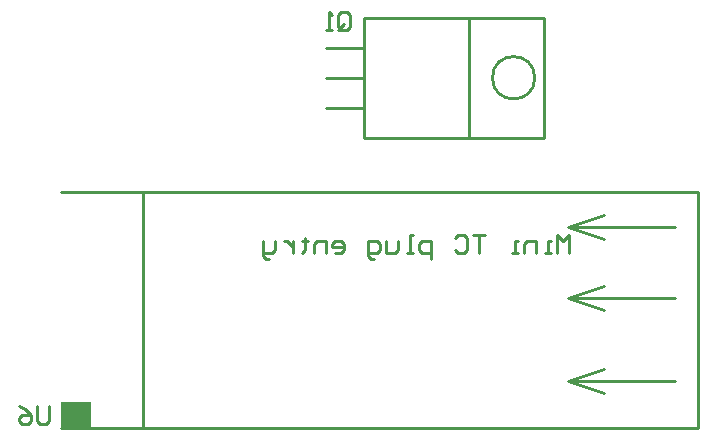
<source format=gbo>
%FSLAX24Y24*%
%MOIN*%
G70*
G01*
G75*
G04 Layer_Color=39423*
%ADD10R,0.0512X0.0591*%
%ADD11R,0.0453X0.0118*%
%ADD12R,0.0709X0.0512*%
%ADD13R,0.0551X0.0472*%
%ADD14R,0.0591X0.0512*%
G04:AMPARAMS|DCode=15|XSize=33.5mil|YSize=15.7mil|CornerRadius=0mil|HoleSize=0mil|Usage=FLASHONLY|Rotation=225.000|XOffset=0mil|YOffset=0mil|HoleType=Round|Shape=Rectangle|*
%AMROTATEDRECTD15*
4,1,4,0.0063,0.0174,0.0174,0.0063,-0.0063,-0.0174,-0.0174,-0.0063,0.0063,0.0174,0.0*
%
%ADD15ROTATEDRECTD15*%

%ADD16O,0.0098X0.0610*%
%ADD17O,0.0610X0.0098*%
%ADD18R,0.1000X0.0600*%
%ADD19R,0.0600X0.1000*%
%ADD20R,0.0906X0.0906*%
%ADD21R,0.0472X0.0551*%
%ADD22R,0.0591X0.0236*%
%ADD23R,0.0512X0.0709*%
%ADD24C,0.0120*%
%ADD25C,0.0200*%
%ADD26C,0.0080*%
%ADD27C,0.0500*%
%ADD28C,0.0250*%
%ADD29C,0.0400*%
%ADD30R,0.1260X0.2756*%
%ADD31C,0.0591*%
%ADD32R,0.0591X0.0591*%
%ADD33C,0.2362*%
%ADD34C,0.0866*%
%ADD35C,0.0630*%
%ADD36O,0.1200X0.0600*%
%ADD37C,0.0500*%
%ADD38C,0.0098*%
%ADD39C,0.0079*%
%ADD40C,0.0236*%
%ADD41C,0.0100*%
%ADD42R,0.0592X0.0671*%
%ADD43R,0.0533X0.0198*%
%ADD44R,0.0789X0.0592*%
%ADD45R,0.0631X0.0552*%
%ADD46R,0.0671X0.0592*%
G04:AMPARAMS|DCode=47|XSize=41.5mil|YSize=23.7mil|CornerRadius=0mil|HoleSize=0mil|Usage=FLASHONLY|Rotation=225.000|XOffset=0mil|YOffset=0mil|HoleType=Round|Shape=Rectangle|*
%AMROTATEDRECTD47*
4,1,4,0.0063,0.0231,0.0231,0.0063,-0.0063,-0.0231,-0.0231,-0.0063,0.0063,0.0231,0.0*
%
%ADD47ROTATEDRECTD47*%

%ADD48O,0.0178X0.0690*%
%ADD49O,0.0690X0.0178*%
%ADD50R,0.1080X0.0680*%
%ADD51R,0.0680X0.1080*%
%ADD52R,0.0986X0.0986*%
%ADD53R,0.0552X0.0631*%
%ADD54R,0.0671X0.0316*%
%ADD55R,0.0592X0.0789*%
%ADD56R,0.1340X0.2836*%
%ADD57C,0.0671*%
%ADD58R,0.0671X0.0671*%
%ADD59C,0.2442*%
%ADD60C,0.0946*%
%ADD61C,0.0710*%
%ADD62O,0.1280X0.0680*%
%ADD63C,0.0580*%
%ADD64R,0.1000X0.0874*%
D41*
X17957Y14500D02*
G03*
X17957Y14500I-707J0D01*
G01*
X2150Y10700D02*
X23410D01*
Y2826D02*
Y10700D01*
X2150Y2826D02*
X23410D01*
X4906D02*
Y10700D01*
X19079Y4401D02*
X22622D01*
X19079D02*
X20260Y4007D01*
X19079Y4401D02*
X20260Y4794D01*
X19079Y7157D02*
X20260Y7550D01*
X19079Y7157D02*
X20260Y6763D01*
X19079Y7157D02*
X22622D01*
X19079Y9519D02*
X20260Y9913D01*
X19079Y9519D02*
X20260Y9125D01*
X19079Y9519D02*
X22622D01*
X15750Y12500D02*
Y16500D01*
X11000Y15500D02*
X12250D01*
X11000Y14500D02*
X12250D01*
X11000Y13500D02*
X12250D01*
Y12500D02*
X18250D01*
Y16500D01*
X12250D02*
X18250D01*
X12250Y12500D02*
Y16500D01*
X11400Y16200D02*
Y16600D01*
X11500Y16700D01*
X11700D01*
X11800Y16600D01*
Y16200D01*
X11700Y16100D01*
X11500D01*
X11600Y16300D02*
X11400Y16100D01*
X11500D02*
X11400Y16200D01*
X11200Y16100D02*
X11000D01*
X11100D01*
Y16700D01*
X11200Y16600D01*
X1750Y3550D02*
Y3050D01*
X1650Y2950D01*
X1450D01*
X1350Y3050D01*
Y3550D01*
X750D02*
X950Y3450D01*
X1150Y3250D01*
Y3050D01*
X1050Y2950D01*
X850D01*
X750Y3050D01*
Y3150D01*
X850Y3250D01*
X1150D01*
X19100Y8650D02*
Y9250D01*
X18900Y9050D01*
X18700Y9250D01*
Y8650D01*
X18500D02*
X18300D01*
X18400D01*
Y9050D01*
X18500D01*
X18000Y8650D02*
Y9050D01*
X17700D01*
X17600Y8950D01*
Y8650D01*
X17401D02*
X17201D01*
X17301D01*
Y9050D01*
X17401D01*
X16301Y9250D02*
X15901D01*
X16101D01*
Y8650D01*
X15301Y9150D02*
X15401Y9250D01*
X15601D01*
X15701Y9150D01*
Y8750D01*
X15601Y8650D01*
X15401D01*
X15301Y8750D01*
X14501Y8450D02*
Y9050D01*
X14202D01*
X14102Y8950D01*
Y8750D01*
X14202Y8650D01*
X14501D01*
X13902D02*
X13702D01*
X13802D01*
Y9250D01*
X13902D01*
X13402Y9050D02*
Y8750D01*
X13302Y8650D01*
X13002D01*
Y9050D01*
X12602Y8450D02*
X12502D01*
X12402Y8550D01*
Y9050D01*
X12702D01*
X12802Y8950D01*
Y8750D01*
X12702Y8650D01*
X12402D01*
X11303D02*
X11502D01*
X11602Y8750D01*
Y8950D01*
X11502Y9050D01*
X11303D01*
X11203Y8950D01*
Y8850D01*
X11602D01*
X11003Y8650D02*
Y9050D01*
X10703D01*
X10603Y8950D01*
Y8650D01*
X10303Y9150D02*
Y9050D01*
X10403D01*
X10203D01*
X10303D01*
Y8750D01*
X10203Y8650D01*
X9903Y9050D02*
Y8650D01*
Y8850D01*
X9803Y8950D01*
X9703Y9050D01*
X9603D01*
X9303D02*
Y8750D01*
X9203Y8650D01*
X8903D01*
Y8550D01*
X9003Y8450D01*
X9103D01*
X8903Y8650D02*
Y9050D01*
D64*
X2650Y3263D02*
D03*
M02*

</source>
